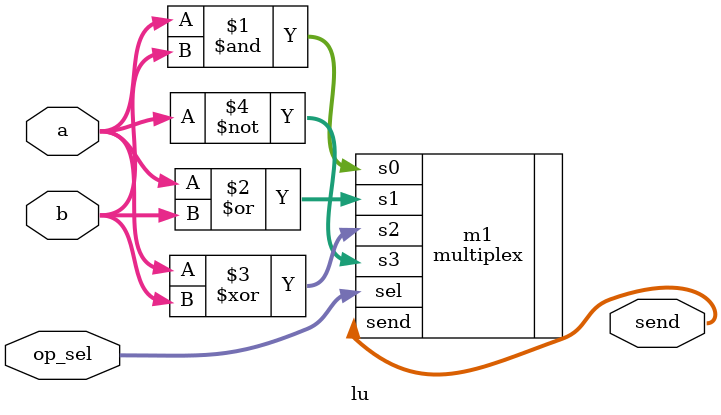
<source format=v>
module lu(output [15:0]send, input [15:0]a, input [15:0]b, input [1:0]op_sel);

multiplex m1(.send(send),.sel(op_sel),.s0(a&b),.s1(a|b),.s2(a^b),.s3(~a));

endmodule

</source>
